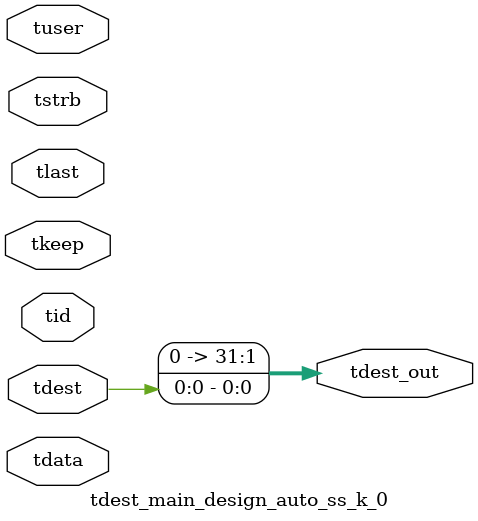
<source format=v>


`timescale 1ps/1ps

module tdest_main_design_auto_ss_k_0 #
(
parameter C_S_AXIS_TDATA_WIDTH = 32,
parameter C_S_AXIS_TUSER_WIDTH = 0,
parameter C_S_AXIS_TID_WIDTH   = 0,
parameter C_S_AXIS_TDEST_WIDTH = 0,
parameter C_M_AXIS_TDEST_WIDTH = 32
)
(
input  [(C_S_AXIS_TDATA_WIDTH == 0 ? 1 : C_S_AXIS_TDATA_WIDTH)-1:0     ] tdata,
input  [(C_S_AXIS_TUSER_WIDTH == 0 ? 1 : C_S_AXIS_TUSER_WIDTH)-1:0     ] tuser,
input  [(C_S_AXIS_TID_WIDTH   == 0 ? 1 : C_S_AXIS_TID_WIDTH)-1:0       ] tid,
input  [(C_S_AXIS_TDEST_WIDTH == 0 ? 1 : C_S_AXIS_TDEST_WIDTH)-1:0     ] tdest,
input  [(C_S_AXIS_TDATA_WIDTH/8)-1:0 ] tkeep,
input  [(C_S_AXIS_TDATA_WIDTH/8)-1:0 ] tstrb,
input                                                                    tlast,
output [C_M_AXIS_TDEST_WIDTH-1:0] tdest_out
);

assign tdest_out = {tdest[0:0]};

endmodule


</source>
